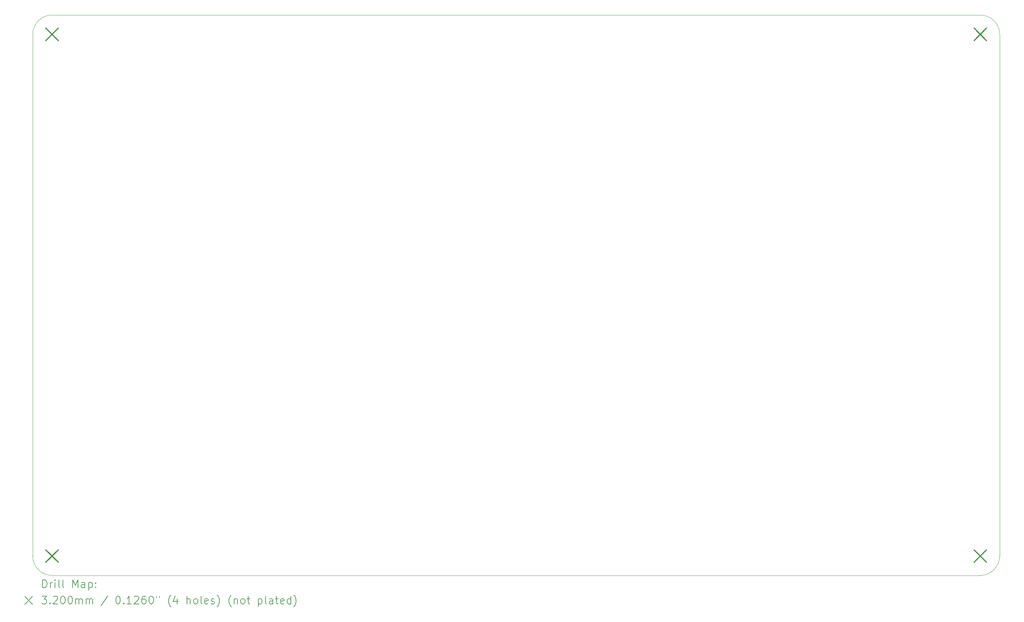
<source format=gbr>
%TF.GenerationSoftware,KiCad,Pcbnew,8.0.9*%
%TF.CreationDate,2025-05-25T13:17:19-05:00*%
%TF.ProjectId,karca_v2,6b617263-615f-4763-922e-6b696361645f,rev?*%
%TF.SameCoordinates,Original*%
%TF.FileFunction,Drillmap*%
%TF.FilePolarity,Positive*%
%FSLAX45Y45*%
G04 Gerber Fmt 4.5, Leading zero omitted, Abs format (unit mm)*
G04 Created by KiCad (PCBNEW 8.0.9) date 2025-05-25 13:17:19*
%MOMM*%
%LPD*%
G01*
G04 APERTURE LIST*
%ADD10C,0.100000*%
%ADD11C,0.200000*%
%ADD12C,0.320000*%
G04 APERTURE END LIST*
D10*
X3588640Y-18638520D02*
G75*
G02*
X3088640Y-18138520I0J500000D01*
G01*
X3088640Y-18138520D02*
X3088640Y-4638520D01*
X28088640Y-18138520D02*
G75*
G02*
X27588640Y-18638520I-500000J0D01*
G01*
X28088640Y-4638520D02*
X28088640Y-18138520D01*
X3588640Y-4138520D02*
X27588640Y-4138520D01*
X27588640Y-4138520D02*
G75*
G02*
X28088640Y-4638520I0J-500000D01*
G01*
X27588640Y-18638520D02*
X3588640Y-18638520D01*
X3088640Y-4638520D02*
G75*
G02*
X3588640Y-4138520I500000J0D01*
G01*
D11*
D12*
X3428640Y-4478520D02*
X3748640Y-4798520D01*
X3748640Y-4478520D02*
X3428640Y-4798520D01*
X3428640Y-17978520D02*
X3748640Y-18298520D01*
X3748640Y-17978520D02*
X3428640Y-18298520D01*
X27428640Y-4478520D02*
X27748640Y-4798520D01*
X27748640Y-4478520D02*
X27428640Y-4798520D01*
X27428640Y-17978520D02*
X27748640Y-18298520D01*
X27748640Y-17978520D02*
X27428640Y-18298520D01*
D11*
X3344417Y-18955004D02*
X3344417Y-18755004D01*
X3344417Y-18755004D02*
X3392036Y-18755004D01*
X3392036Y-18755004D02*
X3420607Y-18764528D01*
X3420607Y-18764528D02*
X3439655Y-18783575D01*
X3439655Y-18783575D02*
X3449179Y-18802623D01*
X3449179Y-18802623D02*
X3458702Y-18840718D01*
X3458702Y-18840718D02*
X3458702Y-18869290D01*
X3458702Y-18869290D02*
X3449179Y-18907385D01*
X3449179Y-18907385D02*
X3439655Y-18926432D01*
X3439655Y-18926432D02*
X3420607Y-18945480D01*
X3420607Y-18945480D02*
X3392036Y-18955004D01*
X3392036Y-18955004D02*
X3344417Y-18955004D01*
X3544417Y-18955004D02*
X3544417Y-18821670D01*
X3544417Y-18859766D02*
X3553941Y-18840718D01*
X3553941Y-18840718D02*
X3563464Y-18831194D01*
X3563464Y-18831194D02*
X3582512Y-18821670D01*
X3582512Y-18821670D02*
X3601560Y-18821670D01*
X3668226Y-18955004D02*
X3668226Y-18821670D01*
X3668226Y-18755004D02*
X3658702Y-18764528D01*
X3658702Y-18764528D02*
X3668226Y-18774051D01*
X3668226Y-18774051D02*
X3677750Y-18764528D01*
X3677750Y-18764528D02*
X3668226Y-18755004D01*
X3668226Y-18755004D02*
X3668226Y-18774051D01*
X3792036Y-18955004D02*
X3772988Y-18945480D01*
X3772988Y-18945480D02*
X3763464Y-18926432D01*
X3763464Y-18926432D02*
X3763464Y-18755004D01*
X3896798Y-18955004D02*
X3877750Y-18945480D01*
X3877750Y-18945480D02*
X3868226Y-18926432D01*
X3868226Y-18926432D02*
X3868226Y-18755004D01*
X4125369Y-18955004D02*
X4125369Y-18755004D01*
X4125369Y-18755004D02*
X4192036Y-18897861D01*
X4192036Y-18897861D02*
X4258703Y-18755004D01*
X4258703Y-18755004D02*
X4258703Y-18955004D01*
X4439655Y-18955004D02*
X4439655Y-18850242D01*
X4439655Y-18850242D02*
X4430131Y-18831194D01*
X4430131Y-18831194D02*
X4411084Y-18821670D01*
X4411084Y-18821670D02*
X4372988Y-18821670D01*
X4372988Y-18821670D02*
X4353941Y-18831194D01*
X4439655Y-18945480D02*
X4420607Y-18955004D01*
X4420607Y-18955004D02*
X4372988Y-18955004D01*
X4372988Y-18955004D02*
X4353941Y-18945480D01*
X4353941Y-18945480D02*
X4344417Y-18926432D01*
X4344417Y-18926432D02*
X4344417Y-18907385D01*
X4344417Y-18907385D02*
X4353941Y-18888337D01*
X4353941Y-18888337D02*
X4372988Y-18878813D01*
X4372988Y-18878813D02*
X4420607Y-18878813D01*
X4420607Y-18878813D02*
X4439655Y-18869290D01*
X4534893Y-18821670D02*
X4534893Y-19021670D01*
X4534893Y-18831194D02*
X4553941Y-18821670D01*
X4553941Y-18821670D02*
X4592036Y-18821670D01*
X4592036Y-18821670D02*
X4611084Y-18831194D01*
X4611084Y-18831194D02*
X4620607Y-18840718D01*
X4620607Y-18840718D02*
X4630131Y-18859766D01*
X4630131Y-18859766D02*
X4630131Y-18916909D01*
X4630131Y-18916909D02*
X4620607Y-18935956D01*
X4620607Y-18935956D02*
X4611084Y-18945480D01*
X4611084Y-18945480D02*
X4592036Y-18955004D01*
X4592036Y-18955004D02*
X4553941Y-18955004D01*
X4553941Y-18955004D02*
X4534893Y-18945480D01*
X4715845Y-18935956D02*
X4725369Y-18945480D01*
X4725369Y-18945480D02*
X4715845Y-18955004D01*
X4715845Y-18955004D02*
X4706322Y-18945480D01*
X4706322Y-18945480D02*
X4715845Y-18935956D01*
X4715845Y-18935956D02*
X4715845Y-18955004D01*
X4715845Y-18831194D02*
X4725369Y-18840718D01*
X4725369Y-18840718D02*
X4715845Y-18850242D01*
X4715845Y-18850242D02*
X4706322Y-18840718D01*
X4706322Y-18840718D02*
X4715845Y-18831194D01*
X4715845Y-18831194D02*
X4715845Y-18850242D01*
X2883640Y-19183520D02*
X3083640Y-19383520D01*
X3083640Y-19183520D02*
X2883640Y-19383520D01*
X3325369Y-19175004D02*
X3449179Y-19175004D01*
X3449179Y-19175004D02*
X3382512Y-19251194D01*
X3382512Y-19251194D02*
X3411083Y-19251194D01*
X3411083Y-19251194D02*
X3430131Y-19260718D01*
X3430131Y-19260718D02*
X3439655Y-19270242D01*
X3439655Y-19270242D02*
X3449179Y-19289290D01*
X3449179Y-19289290D02*
X3449179Y-19336909D01*
X3449179Y-19336909D02*
X3439655Y-19355956D01*
X3439655Y-19355956D02*
X3430131Y-19365480D01*
X3430131Y-19365480D02*
X3411083Y-19375004D01*
X3411083Y-19375004D02*
X3353941Y-19375004D01*
X3353941Y-19375004D02*
X3334893Y-19365480D01*
X3334893Y-19365480D02*
X3325369Y-19355956D01*
X3534893Y-19355956D02*
X3544417Y-19365480D01*
X3544417Y-19365480D02*
X3534893Y-19375004D01*
X3534893Y-19375004D02*
X3525369Y-19365480D01*
X3525369Y-19365480D02*
X3534893Y-19355956D01*
X3534893Y-19355956D02*
X3534893Y-19375004D01*
X3620607Y-19194051D02*
X3630131Y-19184528D01*
X3630131Y-19184528D02*
X3649179Y-19175004D01*
X3649179Y-19175004D02*
X3696798Y-19175004D01*
X3696798Y-19175004D02*
X3715845Y-19184528D01*
X3715845Y-19184528D02*
X3725369Y-19194051D01*
X3725369Y-19194051D02*
X3734893Y-19213099D01*
X3734893Y-19213099D02*
X3734893Y-19232147D01*
X3734893Y-19232147D02*
X3725369Y-19260718D01*
X3725369Y-19260718D02*
X3611083Y-19375004D01*
X3611083Y-19375004D02*
X3734893Y-19375004D01*
X3858702Y-19175004D02*
X3877750Y-19175004D01*
X3877750Y-19175004D02*
X3896798Y-19184528D01*
X3896798Y-19184528D02*
X3906322Y-19194051D01*
X3906322Y-19194051D02*
X3915845Y-19213099D01*
X3915845Y-19213099D02*
X3925369Y-19251194D01*
X3925369Y-19251194D02*
X3925369Y-19298813D01*
X3925369Y-19298813D02*
X3915845Y-19336909D01*
X3915845Y-19336909D02*
X3906322Y-19355956D01*
X3906322Y-19355956D02*
X3896798Y-19365480D01*
X3896798Y-19365480D02*
X3877750Y-19375004D01*
X3877750Y-19375004D02*
X3858702Y-19375004D01*
X3858702Y-19375004D02*
X3839655Y-19365480D01*
X3839655Y-19365480D02*
X3830131Y-19355956D01*
X3830131Y-19355956D02*
X3820607Y-19336909D01*
X3820607Y-19336909D02*
X3811083Y-19298813D01*
X3811083Y-19298813D02*
X3811083Y-19251194D01*
X3811083Y-19251194D02*
X3820607Y-19213099D01*
X3820607Y-19213099D02*
X3830131Y-19194051D01*
X3830131Y-19194051D02*
X3839655Y-19184528D01*
X3839655Y-19184528D02*
X3858702Y-19175004D01*
X4049179Y-19175004D02*
X4068226Y-19175004D01*
X4068226Y-19175004D02*
X4087274Y-19184528D01*
X4087274Y-19184528D02*
X4096798Y-19194051D01*
X4096798Y-19194051D02*
X4106322Y-19213099D01*
X4106322Y-19213099D02*
X4115845Y-19251194D01*
X4115845Y-19251194D02*
X4115845Y-19298813D01*
X4115845Y-19298813D02*
X4106322Y-19336909D01*
X4106322Y-19336909D02*
X4096798Y-19355956D01*
X4096798Y-19355956D02*
X4087274Y-19365480D01*
X4087274Y-19365480D02*
X4068226Y-19375004D01*
X4068226Y-19375004D02*
X4049179Y-19375004D01*
X4049179Y-19375004D02*
X4030131Y-19365480D01*
X4030131Y-19365480D02*
X4020607Y-19355956D01*
X4020607Y-19355956D02*
X4011083Y-19336909D01*
X4011083Y-19336909D02*
X4001560Y-19298813D01*
X4001560Y-19298813D02*
X4001560Y-19251194D01*
X4001560Y-19251194D02*
X4011083Y-19213099D01*
X4011083Y-19213099D02*
X4020607Y-19194051D01*
X4020607Y-19194051D02*
X4030131Y-19184528D01*
X4030131Y-19184528D02*
X4049179Y-19175004D01*
X4201560Y-19375004D02*
X4201560Y-19241670D01*
X4201560Y-19260718D02*
X4211084Y-19251194D01*
X4211084Y-19251194D02*
X4230131Y-19241670D01*
X4230131Y-19241670D02*
X4258703Y-19241670D01*
X4258703Y-19241670D02*
X4277750Y-19251194D01*
X4277750Y-19251194D02*
X4287274Y-19270242D01*
X4287274Y-19270242D02*
X4287274Y-19375004D01*
X4287274Y-19270242D02*
X4296798Y-19251194D01*
X4296798Y-19251194D02*
X4315845Y-19241670D01*
X4315845Y-19241670D02*
X4344417Y-19241670D01*
X4344417Y-19241670D02*
X4363465Y-19251194D01*
X4363465Y-19251194D02*
X4372988Y-19270242D01*
X4372988Y-19270242D02*
X4372988Y-19375004D01*
X4468226Y-19375004D02*
X4468226Y-19241670D01*
X4468226Y-19260718D02*
X4477750Y-19251194D01*
X4477750Y-19251194D02*
X4496798Y-19241670D01*
X4496798Y-19241670D02*
X4525369Y-19241670D01*
X4525369Y-19241670D02*
X4544417Y-19251194D01*
X4544417Y-19251194D02*
X4553941Y-19270242D01*
X4553941Y-19270242D02*
X4553941Y-19375004D01*
X4553941Y-19270242D02*
X4563465Y-19251194D01*
X4563465Y-19251194D02*
X4582512Y-19241670D01*
X4582512Y-19241670D02*
X4611084Y-19241670D01*
X4611084Y-19241670D02*
X4630131Y-19251194D01*
X4630131Y-19251194D02*
X4639655Y-19270242D01*
X4639655Y-19270242D02*
X4639655Y-19375004D01*
X5030131Y-19165480D02*
X4858703Y-19422623D01*
X5287274Y-19175004D02*
X5306322Y-19175004D01*
X5306322Y-19175004D02*
X5325369Y-19184528D01*
X5325369Y-19184528D02*
X5334893Y-19194051D01*
X5334893Y-19194051D02*
X5344417Y-19213099D01*
X5344417Y-19213099D02*
X5353941Y-19251194D01*
X5353941Y-19251194D02*
X5353941Y-19298813D01*
X5353941Y-19298813D02*
X5344417Y-19336909D01*
X5344417Y-19336909D02*
X5334893Y-19355956D01*
X5334893Y-19355956D02*
X5325369Y-19365480D01*
X5325369Y-19365480D02*
X5306322Y-19375004D01*
X5306322Y-19375004D02*
X5287274Y-19375004D01*
X5287274Y-19375004D02*
X5268227Y-19365480D01*
X5268227Y-19365480D02*
X5258703Y-19355956D01*
X5258703Y-19355956D02*
X5249179Y-19336909D01*
X5249179Y-19336909D02*
X5239655Y-19298813D01*
X5239655Y-19298813D02*
X5239655Y-19251194D01*
X5239655Y-19251194D02*
X5249179Y-19213099D01*
X5249179Y-19213099D02*
X5258703Y-19194051D01*
X5258703Y-19194051D02*
X5268227Y-19184528D01*
X5268227Y-19184528D02*
X5287274Y-19175004D01*
X5439655Y-19355956D02*
X5449179Y-19365480D01*
X5449179Y-19365480D02*
X5439655Y-19375004D01*
X5439655Y-19375004D02*
X5430131Y-19365480D01*
X5430131Y-19365480D02*
X5439655Y-19355956D01*
X5439655Y-19355956D02*
X5439655Y-19375004D01*
X5639655Y-19375004D02*
X5525369Y-19375004D01*
X5582512Y-19375004D02*
X5582512Y-19175004D01*
X5582512Y-19175004D02*
X5563465Y-19203575D01*
X5563465Y-19203575D02*
X5544417Y-19222623D01*
X5544417Y-19222623D02*
X5525369Y-19232147D01*
X5715846Y-19194051D02*
X5725369Y-19184528D01*
X5725369Y-19184528D02*
X5744417Y-19175004D01*
X5744417Y-19175004D02*
X5792036Y-19175004D01*
X5792036Y-19175004D02*
X5811084Y-19184528D01*
X5811084Y-19184528D02*
X5820607Y-19194051D01*
X5820607Y-19194051D02*
X5830131Y-19213099D01*
X5830131Y-19213099D02*
X5830131Y-19232147D01*
X5830131Y-19232147D02*
X5820607Y-19260718D01*
X5820607Y-19260718D02*
X5706322Y-19375004D01*
X5706322Y-19375004D02*
X5830131Y-19375004D01*
X6001560Y-19175004D02*
X5963465Y-19175004D01*
X5963465Y-19175004D02*
X5944417Y-19184528D01*
X5944417Y-19184528D02*
X5934893Y-19194051D01*
X5934893Y-19194051D02*
X5915846Y-19222623D01*
X5915846Y-19222623D02*
X5906322Y-19260718D01*
X5906322Y-19260718D02*
X5906322Y-19336909D01*
X5906322Y-19336909D02*
X5915846Y-19355956D01*
X5915846Y-19355956D02*
X5925369Y-19365480D01*
X5925369Y-19365480D02*
X5944417Y-19375004D01*
X5944417Y-19375004D02*
X5982512Y-19375004D01*
X5982512Y-19375004D02*
X6001560Y-19365480D01*
X6001560Y-19365480D02*
X6011084Y-19355956D01*
X6011084Y-19355956D02*
X6020607Y-19336909D01*
X6020607Y-19336909D02*
X6020607Y-19289290D01*
X6020607Y-19289290D02*
X6011084Y-19270242D01*
X6011084Y-19270242D02*
X6001560Y-19260718D01*
X6001560Y-19260718D02*
X5982512Y-19251194D01*
X5982512Y-19251194D02*
X5944417Y-19251194D01*
X5944417Y-19251194D02*
X5925369Y-19260718D01*
X5925369Y-19260718D02*
X5915846Y-19270242D01*
X5915846Y-19270242D02*
X5906322Y-19289290D01*
X6144417Y-19175004D02*
X6163465Y-19175004D01*
X6163465Y-19175004D02*
X6182512Y-19184528D01*
X6182512Y-19184528D02*
X6192036Y-19194051D01*
X6192036Y-19194051D02*
X6201560Y-19213099D01*
X6201560Y-19213099D02*
X6211084Y-19251194D01*
X6211084Y-19251194D02*
X6211084Y-19298813D01*
X6211084Y-19298813D02*
X6201560Y-19336909D01*
X6201560Y-19336909D02*
X6192036Y-19355956D01*
X6192036Y-19355956D02*
X6182512Y-19365480D01*
X6182512Y-19365480D02*
X6163465Y-19375004D01*
X6163465Y-19375004D02*
X6144417Y-19375004D01*
X6144417Y-19375004D02*
X6125369Y-19365480D01*
X6125369Y-19365480D02*
X6115846Y-19355956D01*
X6115846Y-19355956D02*
X6106322Y-19336909D01*
X6106322Y-19336909D02*
X6096798Y-19298813D01*
X6096798Y-19298813D02*
X6096798Y-19251194D01*
X6096798Y-19251194D02*
X6106322Y-19213099D01*
X6106322Y-19213099D02*
X6115846Y-19194051D01*
X6115846Y-19194051D02*
X6125369Y-19184528D01*
X6125369Y-19184528D02*
X6144417Y-19175004D01*
X6287274Y-19175004D02*
X6287274Y-19213099D01*
X6363465Y-19175004D02*
X6363465Y-19213099D01*
X6658703Y-19451194D02*
X6649179Y-19441670D01*
X6649179Y-19441670D02*
X6630131Y-19413099D01*
X6630131Y-19413099D02*
X6620608Y-19394051D01*
X6620608Y-19394051D02*
X6611084Y-19365480D01*
X6611084Y-19365480D02*
X6601560Y-19317861D01*
X6601560Y-19317861D02*
X6601560Y-19279766D01*
X6601560Y-19279766D02*
X6611084Y-19232147D01*
X6611084Y-19232147D02*
X6620608Y-19203575D01*
X6620608Y-19203575D02*
X6630131Y-19184528D01*
X6630131Y-19184528D02*
X6649179Y-19155956D01*
X6649179Y-19155956D02*
X6658703Y-19146432D01*
X6820608Y-19241670D02*
X6820608Y-19375004D01*
X6772988Y-19165480D02*
X6725369Y-19308337D01*
X6725369Y-19308337D02*
X6849179Y-19308337D01*
X7077750Y-19375004D02*
X7077750Y-19175004D01*
X7163465Y-19375004D02*
X7163465Y-19270242D01*
X7163465Y-19270242D02*
X7153941Y-19251194D01*
X7153941Y-19251194D02*
X7134893Y-19241670D01*
X7134893Y-19241670D02*
X7106322Y-19241670D01*
X7106322Y-19241670D02*
X7087274Y-19251194D01*
X7087274Y-19251194D02*
X7077750Y-19260718D01*
X7287274Y-19375004D02*
X7268227Y-19365480D01*
X7268227Y-19365480D02*
X7258703Y-19355956D01*
X7258703Y-19355956D02*
X7249179Y-19336909D01*
X7249179Y-19336909D02*
X7249179Y-19279766D01*
X7249179Y-19279766D02*
X7258703Y-19260718D01*
X7258703Y-19260718D02*
X7268227Y-19251194D01*
X7268227Y-19251194D02*
X7287274Y-19241670D01*
X7287274Y-19241670D02*
X7315846Y-19241670D01*
X7315846Y-19241670D02*
X7334893Y-19251194D01*
X7334893Y-19251194D02*
X7344417Y-19260718D01*
X7344417Y-19260718D02*
X7353941Y-19279766D01*
X7353941Y-19279766D02*
X7353941Y-19336909D01*
X7353941Y-19336909D02*
X7344417Y-19355956D01*
X7344417Y-19355956D02*
X7334893Y-19365480D01*
X7334893Y-19365480D02*
X7315846Y-19375004D01*
X7315846Y-19375004D02*
X7287274Y-19375004D01*
X7468227Y-19375004D02*
X7449179Y-19365480D01*
X7449179Y-19365480D02*
X7439655Y-19346432D01*
X7439655Y-19346432D02*
X7439655Y-19175004D01*
X7620608Y-19365480D02*
X7601560Y-19375004D01*
X7601560Y-19375004D02*
X7563465Y-19375004D01*
X7563465Y-19375004D02*
X7544417Y-19365480D01*
X7544417Y-19365480D02*
X7534893Y-19346432D01*
X7534893Y-19346432D02*
X7534893Y-19270242D01*
X7534893Y-19270242D02*
X7544417Y-19251194D01*
X7544417Y-19251194D02*
X7563465Y-19241670D01*
X7563465Y-19241670D02*
X7601560Y-19241670D01*
X7601560Y-19241670D02*
X7620608Y-19251194D01*
X7620608Y-19251194D02*
X7630131Y-19270242D01*
X7630131Y-19270242D02*
X7630131Y-19289290D01*
X7630131Y-19289290D02*
X7534893Y-19308337D01*
X7706322Y-19365480D02*
X7725370Y-19375004D01*
X7725370Y-19375004D02*
X7763465Y-19375004D01*
X7763465Y-19375004D02*
X7782512Y-19365480D01*
X7782512Y-19365480D02*
X7792036Y-19346432D01*
X7792036Y-19346432D02*
X7792036Y-19336909D01*
X7792036Y-19336909D02*
X7782512Y-19317861D01*
X7782512Y-19317861D02*
X7763465Y-19308337D01*
X7763465Y-19308337D02*
X7734893Y-19308337D01*
X7734893Y-19308337D02*
X7715846Y-19298813D01*
X7715846Y-19298813D02*
X7706322Y-19279766D01*
X7706322Y-19279766D02*
X7706322Y-19270242D01*
X7706322Y-19270242D02*
X7715846Y-19251194D01*
X7715846Y-19251194D02*
X7734893Y-19241670D01*
X7734893Y-19241670D02*
X7763465Y-19241670D01*
X7763465Y-19241670D02*
X7782512Y-19251194D01*
X7858703Y-19451194D02*
X7868227Y-19441670D01*
X7868227Y-19441670D02*
X7887274Y-19413099D01*
X7887274Y-19413099D02*
X7896798Y-19394051D01*
X7896798Y-19394051D02*
X7906322Y-19365480D01*
X7906322Y-19365480D02*
X7915846Y-19317861D01*
X7915846Y-19317861D02*
X7915846Y-19279766D01*
X7915846Y-19279766D02*
X7906322Y-19232147D01*
X7906322Y-19232147D02*
X7896798Y-19203575D01*
X7896798Y-19203575D02*
X7887274Y-19184528D01*
X7887274Y-19184528D02*
X7868227Y-19155956D01*
X7868227Y-19155956D02*
X7858703Y-19146432D01*
X8220608Y-19451194D02*
X8211084Y-19441670D01*
X8211084Y-19441670D02*
X8192036Y-19413099D01*
X8192036Y-19413099D02*
X8182512Y-19394051D01*
X8182512Y-19394051D02*
X8172989Y-19365480D01*
X8172989Y-19365480D02*
X8163465Y-19317861D01*
X8163465Y-19317861D02*
X8163465Y-19279766D01*
X8163465Y-19279766D02*
X8172989Y-19232147D01*
X8172989Y-19232147D02*
X8182512Y-19203575D01*
X8182512Y-19203575D02*
X8192036Y-19184528D01*
X8192036Y-19184528D02*
X8211084Y-19155956D01*
X8211084Y-19155956D02*
X8220608Y-19146432D01*
X8296798Y-19241670D02*
X8296798Y-19375004D01*
X8296798Y-19260718D02*
X8306322Y-19251194D01*
X8306322Y-19251194D02*
X8325370Y-19241670D01*
X8325370Y-19241670D02*
X8353941Y-19241670D01*
X8353941Y-19241670D02*
X8372989Y-19251194D01*
X8372989Y-19251194D02*
X8382512Y-19270242D01*
X8382512Y-19270242D02*
X8382512Y-19375004D01*
X8506322Y-19375004D02*
X8487274Y-19365480D01*
X8487274Y-19365480D02*
X8477751Y-19355956D01*
X8477751Y-19355956D02*
X8468227Y-19336909D01*
X8468227Y-19336909D02*
X8468227Y-19279766D01*
X8468227Y-19279766D02*
X8477751Y-19260718D01*
X8477751Y-19260718D02*
X8487274Y-19251194D01*
X8487274Y-19251194D02*
X8506322Y-19241670D01*
X8506322Y-19241670D02*
X8534894Y-19241670D01*
X8534894Y-19241670D02*
X8553941Y-19251194D01*
X8553941Y-19251194D02*
X8563465Y-19260718D01*
X8563465Y-19260718D02*
X8572989Y-19279766D01*
X8572989Y-19279766D02*
X8572989Y-19336909D01*
X8572989Y-19336909D02*
X8563465Y-19355956D01*
X8563465Y-19355956D02*
X8553941Y-19365480D01*
X8553941Y-19365480D02*
X8534894Y-19375004D01*
X8534894Y-19375004D02*
X8506322Y-19375004D01*
X8630132Y-19241670D02*
X8706322Y-19241670D01*
X8658703Y-19175004D02*
X8658703Y-19346432D01*
X8658703Y-19346432D02*
X8668227Y-19365480D01*
X8668227Y-19365480D02*
X8687274Y-19375004D01*
X8687274Y-19375004D02*
X8706322Y-19375004D01*
X8925370Y-19241670D02*
X8925370Y-19441670D01*
X8925370Y-19251194D02*
X8944417Y-19241670D01*
X8944417Y-19241670D02*
X8982513Y-19241670D01*
X8982513Y-19241670D02*
X9001560Y-19251194D01*
X9001560Y-19251194D02*
X9011084Y-19260718D01*
X9011084Y-19260718D02*
X9020608Y-19279766D01*
X9020608Y-19279766D02*
X9020608Y-19336909D01*
X9020608Y-19336909D02*
X9011084Y-19355956D01*
X9011084Y-19355956D02*
X9001560Y-19365480D01*
X9001560Y-19365480D02*
X8982513Y-19375004D01*
X8982513Y-19375004D02*
X8944417Y-19375004D01*
X8944417Y-19375004D02*
X8925370Y-19365480D01*
X9134894Y-19375004D02*
X9115846Y-19365480D01*
X9115846Y-19365480D02*
X9106322Y-19346432D01*
X9106322Y-19346432D02*
X9106322Y-19175004D01*
X9296798Y-19375004D02*
X9296798Y-19270242D01*
X9296798Y-19270242D02*
X9287275Y-19251194D01*
X9287275Y-19251194D02*
X9268227Y-19241670D01*
X9268227Y-19241670D02*
X9230132Y-19241670D01*
X9230132Y-19241670D02*
X9211084Y-19251194D01*
X9296798Y-19365480D02*
X9277751Y-19375004D01*
X9277751Y-19375004D02*
X9230132Y-19375004D01*
X9230132Y-19375004D02*
X9211084Y-19365480D01*
X9211084Y-19365480D02*
X9201560Y-19346432D01*
X9201560Y-19346432D02*
X9201560Y-19327385D01*
X9201560Y-19327385D02*
X9211084Y-19308337D01*
X9211084Y-19308337D02*
X9230132Y-19298813D01*
X9230132Y-19298813D02*
X9277751Y-19298813D01*
X9277751Y-19298813D02*
X9296798Y-19289290D01*
X9363465Y-19241670D02*
X9439655Y-19241670D01*
X9392036Y-19175004D02*
X9392036Y-19346432D01*
X9392036Y-19346432D02*
X9401560Y-19365480D01*
X9401560Y-19365480D02*
X9420608Y-19375004D01*
X9420608Y-19375004D02*
X9439655Y-19375004D01*
X9582513Y-19365480D02*
X9563465Y-19375004D01*
X9563465Y-19375004D02*
X9525370Y-19375004D01*
X9525370Y-19375004D02*
X9506322Y-19365480D01*
X9506322Y-19365480D02*
X9496798Y-19346432D01*
X9496798Y-19346432D02*
X9496798Y-19270242D01*
X9496798Y-19270242D02*
X9506322Y-19251194D01*
X9506322Y-19251194D02*
X9525370Y-19241670D01*
X9525370Y-19241670D02*
X9563465Y-19241670D01*
X9563465Y-19241670D02*
X9582513Y-19251194D01*
X9582513Y-19251194D02*
X9592036Y-19270242D01*
X9592036Y-19270242D02*
X9592036Y-19289290D01*
X9592036Y-19289290D02*
X9496798Y-19308337D01*
X9763465Y-19375004D02*
X9763465Y-19175004D01*
X9763465Y-19365480D02*
X9744417Y-19375004D01*
X9744417Y-19375004D02*
X9706322Y-19375004D01*
X9706322Y-19375004D02*
X9687275Y-19365480D01*
X9687275Y-19365480D02*
X9677751Y-19355956D01*
X9677751Y-19355956D02*
X9668227Y-19336909D01*
X9668227Y-19336909D02*
X9668227Y-19279766D01*
X9668227Y-19279766D02*
X9677751Y-19260718D01*
X9677751Y-19260718D02*
X9687275Y-19251194D01*
X9687275Y-19251194D02*
X9706322Y-19241670D01*
X9706322Y-19241670D02*
X9744417Y-19241670D01*
X9744417Y-19241670D02*
X9763465Y-19251194D01*
X9839656Y-19451194D02*
X9849179Y-19441670D01*
X9849179Y-19441670D02*
X9868227Y-19413099D01*
X9868227Y-19413099D02*
X9877751Y-19394051D01*
X9877751Y-19394051D02*
X9887275Y-19365480D01*
X9887275Y-19365480D02*
X9896798Y-19317861D01*
X9896798Y-19317861D02*
X9896798Y-19279766D01*
X9896798Y-19279766D02*
X9887275Y-19232147D01*
X9887275Y-19232147D02*
X9877751Y-19203575D01*
X9877751Y-19203575D02*
X9868227Y-19184528D01*
X9868227Y-19184528D02*
X9849179Y-19155956D01*
X9849179Y-19155956D02*
X9839656Y-19146432D01*
M02*

</source>
